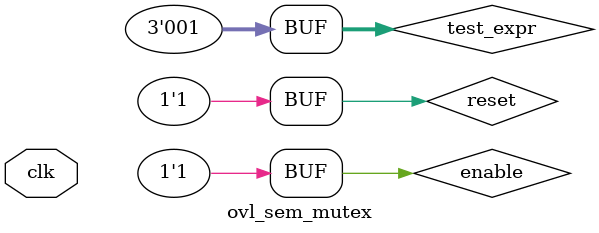
<source format=sv>
module ovl_sem_mutex(input logic clk);
  logic reset = 1'b1;
  logic enable = 1'b1;
`ifdef FAIL
  logic [2:0] test_expr = 3'b011;
`else
  logic [2:0] test_expr = 3'b001;
`endif

  ovl_mutex #(.width(3)) dut (
      .clock(clk), .reset(reset), .enable(enable), .test_expr(test_expr), .fire());
endmodule

</source>
